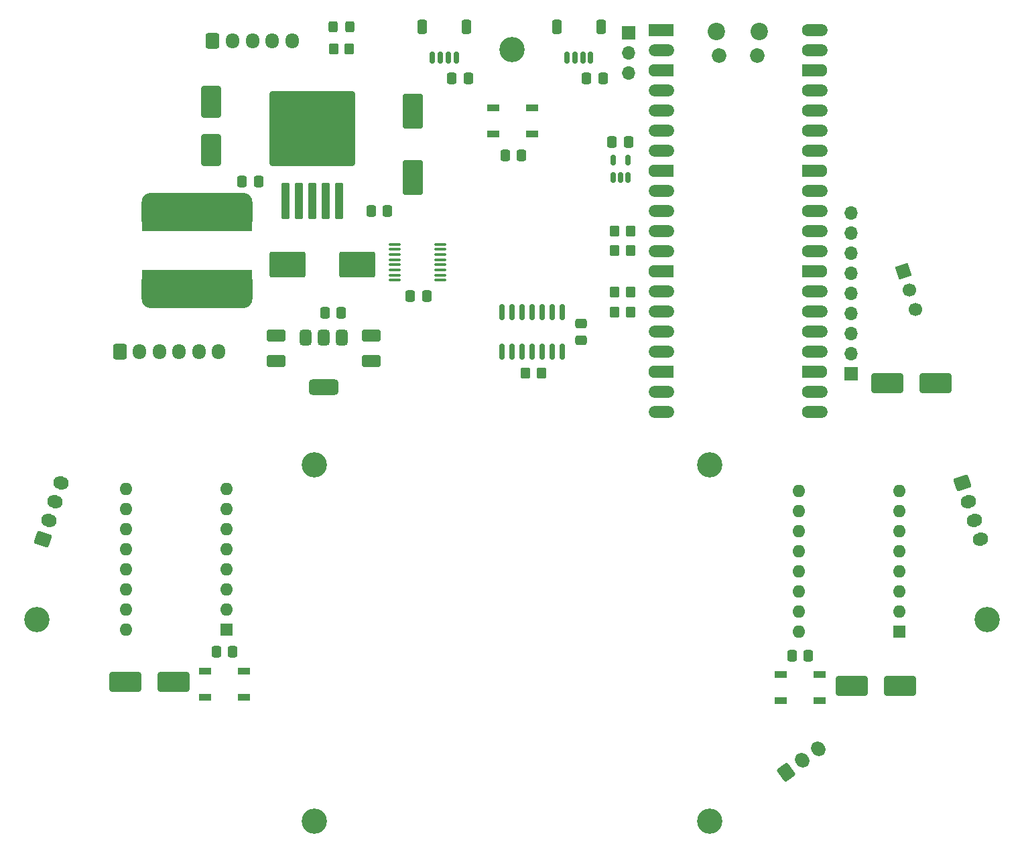
<source format=gts>
G04 #@! TF.GenerationSoftware,KiCad,Pcbnew,8.0.5*
G04 #@! TF.CreationDate,2024-10-05T13:16:41+02:00*
G04 #@! TF.ProjectId,valiant-turtle-2,76616c69-616e-4742-9d74-7572746c652d,rev?*
G04 #@! TF.SameCoordinates,Original*
G04 #@! TF.FileFunction,Soldermask,Top*
G04 #@! TF.FilePolarity,Negative*
%FSLAX46Y46*%
G04 Gerber Fmt 4.6, Leading zero omitted, Abs format (unit mm)*
G04 Created by KiCad (PCBNEW 8.0.5) date 2024-10-05 13:16:41*
%MOMM*%
%LPD*%
G01*
G04 APERTURE LIST*
G04 Aperture macros list*
%AMRoundRect*
0 Rectangle with rounded corners*
0 $1 Rounding radius*
0 $2 $3 $4 $5 $6 $7 $8 $9 X,Y pos of 4 corners*
0 Add a 4 corners polygon primitive as box body*
4,1,4,$2,$3,$4,$5,$6,$7,$8,$9,$2,$3,0*
0 Add four circle primitives for the rounded corners*
1,1,$1+$1,$2,$3*
1,1,$1+$1,$4,$5*
1,1,$1+$1,$6,$7*
1,1,$1+$1,$8,$9*
0 Add four rect primitives between the rounded corners*
20,1,$1+$1,$2,$3,$4,$5,0*
20,1,$1+$1,$4,$5,$6,$7,0*
20,1,$1+$1,$6,$7,$8,$9,0*
20,1,$1+$1,$8,$9,$2,$3,0*%
%AMHorizOval*
0 Thick line with rounded ends*
0 $1 width*
0 $2 $3 position (X,Y) of the first rounded end (center of the circle)*
0 $4 $5 position (X,Y) of the second rounded end (center of the circle)*
0 Add line between two ends*
20,1,$1,$2,$3,$4,$5,0*
0 Add two circle primitives to create the rounded ends*
1,1,$1,$2,$3*
1,1,$1,$4,$5*%
%AMRotRect*
0 Rectangle, with rotation*
0 The origin of the aperture is its center*
0 $1 length*
0 $2 width*
0 $3 Rotation angle, in degrees counterclockwise*
0 Add horizontal line*
21,1,$1,$2,0,0,$3*%
%AMFreePoly0*
4,1,28,0.178017,0.779942,0.347107,0.720775,0.498792,0.625465,0.625465,0.498792,0.720775,0.347107,0.779942,0.178017,0.800000,0.000000,0.779942,-0.178017,0.720775,-0.347107,0.625465,-0.498792,0.498792,-0.625465,0.347107,-0.720775,0.178017,-0.779942,0.000000,-0.800000,-2.200000,-0.800000,-2.205014,-0.794986,-2.244504,-0.794986,-2.324698,-0.756366,-2.380194,-0.686777,-2.400000,-0.600000,
-2.400000,0.600000,-2.380194,0.686777,-2.324698,0.756366,-2.244504,0.794986,-2.205014,0.794986,-2.200000,0.800000,0.000000,0.800000,0.178017,0.779942,0.178017,0.779942,$1*%
%AMFreePoly1*
4,1,28,0.605014,0.794986,0.644504,0.794986,0.724698,0.756366,0.780194,0.686777,0.800000,0.600000,0.800000,-0.600000,0.780194,-0.686777,0.724698,-0.756366,0.644504,-0.794986,0.605014,-0.794986,0.600000,-0.800000,0.000000,-0.800000,-0.178017,-0.779942,-0.347107,-0.720775,-0.498792,-0.625465,-0.625465,-0.498792,-0.720775,-0.347107,-0.779942,-0.178017,-0.800000,0.000000,-0.779942,0.178017,
-0.720775,0.347107,-0.625465,0.498792,-0.498792,0.625465,-0.347107,0.720775,-0.178017,0.779942,0.000000,0.800000,0.600000,0.800000,0.605014,0.794986,0.605014,0.794986,$1*%
%AMFreePoly2*
4,1,29,0.605014,0.794986,0.644504,0.794986,0.724698,0.756366,0.780194,0.686777,0.800000,0.600000,0.800000,-0.600000,0.780194,-0.686777,0.724698,-0.756366,0.644504,-0.794986,0.605014,-0.794986,0.600000,-0.800000,0.000000,-0.800000,-1.600000,-0.800000,-1.778017,-0.779942,-1.947107,-0.720775,-2.098792,-0.625465,-2.225465,-0.498792,-2.320775,-0.347107,-2.379942,-0.178017,-2.400000,0.000000,
-2.379942,0.178017,-2.320775,0.347107,-2.225465,0.498792,-2.098792,0.625465,-1.947107,0.720775,-1.778017,0.779942,-1.600000,0.800000,0.600000,0.800000,0.605014,0.794986,0.605014,0.794986,$1*%
%AMFreePoly3*
4,1,28,0.178017,0.779942,0.347107,0.720775,0.498792,0.625465,0.625465,0.498792,0.720775,0.347107,0.779942,0.178017,0.800000,0.000000,0.779942,-0.178017,0.720775,-0.347107,0.625465,-0.498792,0.498792,-0.625465,0.347107,-0.720775,0.178017,-0.779942,0.000000,-0.800000,-0.600000,-0.800000,-0.605014,-0.794986,-0.644504,-0.794986,-0.724698,-0.756366,-0.780194,-0.686777,-0.800000,-0.600000,
-0.800000,0.600000,-0.780194,0.686777,-0.724698,0.756366,-0.644504,0.794986,-0.605014,0.794986,-0.600000,0.800000,0.000000,0.800000,0.178017,0.779942,0.178017,0.779942,$1*%
%AMFreePoly4*
4,1,29,1.778017,0.779942,1.947107,0.720775,2.098792,0.625465,2.225465,0.498792,2.320775,0.347107,2.379942,0.178017,2.400000,0.000000,2.379942,-0.178017,2.320775,-0.347107,2.225465,-0.498792,2.098792,-0.625465,1.947107,-0.720775,1.778017,-0.779942,1.600000,-0.800000,0.000000,-0.800000,-0.600000,-0.800000,-0.605014,-0.794986,-0.644504,-0.794986,-0.724698,-0.756366,-0.780194,-0.686777,
-0.800000,-0.600000,-0.800000,0.600000,-0.780194,0.686777,-0.724698,0.756366,-0.644504,0.794986,-0.605014,0.794986,-0.600000,0.800000,1.600000,0.800000,1.778017,0.779942,1.778017,0.779942,$1*%
G04 Aperture macros list end*
%ADD10RoundRect,0.250000X-0.350000X-0.450000X0.350000X-0.450000X0.350000X0.450000X-0.350000X0.450000X0*%
%ADD11R,1.500000X0.900000*%
%ADD12C,3.200000*%
%ADD13RoundRect,1.187500X5.812500X1.187500X-5.812500X1.187500X-5.812500X-1.187500X5.812500X-1.187500X0*%
%ADD14R,14.000000X2.000000*%
%ADD15RoundRect,0.250000X-0.059266X-0.939208X0.911555X-0.233866X0.059266X0.939208X-0.911555X0.233866X0*%
%ADD16HorizOval,1.700000X-0.073473X0.101127X0.073473X-0.101127X0*%
%ADD17R,1.700000X1.700000*%
%ADD18O,1.700000X1.700000*%
%ADD19RoundRect,0.250000X-0.337500X-0.475000X0.337500X-0.475000X0.337500X0.475000X-0.337500X0.475000X0*%
%ADD20R,1.600000X1.600000*%
%ADD21O,1.600000X1.600000*%
%ADD22RoundRect,0.250001X0.924999X-0.499999X0.924999X0.499999X-0.924999X0.499999X-0.924999X-0.499999X0*%
%ADD23RoundRect,0.150000X0.150000X0.625000X-0.150000X0.625000X-0.150000X-0.625000X0.150000X-0.625000X0*%
%ADD24RoundRect,0.250000X0.350000X0.650000X-0.350000X0.650000X-0.350000X-0.650000X0.350000X-0.650000X0*%
%ADD25RoundRect,0.250000X1.000000X-1.950000X1.000000X1.950000X-1.000000X1.950000X-1.000000X-1.950000X0*%
%ADD26RoundRect,0.250000X0.300000X-2.050000X0.300000X2.050000X-0.300000X2.050000X-0.300000X-2.050000X0*%
%ADD27RoundRect,0.250002X5.149998X-4.449998X5.149998X4.449998X-5.149998X4.449998X-5.149998X-4.449998X0*%
%ADD28RoundRect,0.250000X0.350000X0.450000X-0.350000X0.450000X-0.350000X-0.450000X0.350000X-0.450000X0*%
%ADD29RoundRect,0.250000X1.750000X1.000000X-1.750000X1.000000X-1.750000X-1.000000X1.750000X-1.000000X0*%
%ADD30RoundRect,0.375000X-0.375000X0.625000X-0.375000X-0.625000X0.375000X-0.625000X0.375000X0.625000X0*%
%ADD31RoundRect,0.500000X-1.400000X0.500000X-1.400000X-0.500000X1.400000X-0.500000X1.400000X0.500000X0*%
%ADD32RoundRect,0.250000X1.000000X-1.750000X1.000000X1.750000X-1.000000X1.750000X-1.000000X-1.750000X0*%
%ADD33RoundRect,0.150000X-0.150000X0.825000X-0.150000X-0.825000X0.150000X-0.825000X0.150000X0.825000X0*%
%ADD34RotRect,1.700000X1.700000X18.000000*%
%ADD35HorizOval,1.700000X0.000000X0.000000X0.000000X0.000000X0*%
%ADD36RoundRect,0.250000X-0.600000X-0.725000X0.600000X-0.725000X0.600000X0.725000X-0.600000X0.725000X0*%
%ADD37O,1.700000X1.950000*%
%ADD38RoundRect,0.250000X0.337500X0.475000X-0.337500X0.475000X-0.337500X-0.475000X0.337500X-0.475000X0*%
%ADD39RoundRect,0.150000X0.150000X-0.512500X0.150000X0.512500X-0.150000X0.512500X-0.150000X-0.512500X0*%
%ADD40RoundRect,0.100000X-0.637500X-0.100000X0.637500X-0.100000X0.637500X0.100000X-0.637500X0.100000X0*%
%ADD41RoundRect,0.250000X0.475000X-0.337500X0.475000X0.337500X-0.475000X0.337500X-0.475000X-0.337500X0*%
%ADD42RoundRect,0.250000X0.504106X-0.794671X0.874926X0.346597X-0.504106X0.794671X-0.874926X-0.346597X0*%
%ADD43HorizOval,1.700000X-0.118882X0.038627X0.118882X-0.038627X0*%
%ADD44C,2.200000*%
%ADD45C,1.850000*%
%ADD46RoundRect,0.200000X-0.600000X-0.600000X0.600000X-0.600000X0.600000X0.600000X-0.600000X0.600000X0*%
%ADD47FreePoly0,0.000000*%
%ADD48C,1.600000*%
%ADD49RoundRect,0.800000X-0.800000X-0.000010X0.800000X-0.000010X0.800000X0.000010X-0.800000X0.000010X0*%
%ADD50FreePoly1,0.000000*%
%ADD51FreePoly2,0.000000*%
%ADD52FreePoly3,0.000000*%
%ADD53FreePoly4,0.000000*%
%ADD54RoundRect,0.250000X-0.874926X0.346597X-0.504106X-0.794671X0.874926X-0.346597X0.504106X0.794671X0*%
%ADD55HorizOval,1.700000X-0.118882X-0.038627X0.118882X0.038627X0*%
%ADD56RoundRect,0.250000X2.000000X-1.400000X2.000000X1.400000X-2.000000X1.400000X-2.000000X-1.400000X0*%
%ADD57RoundRect,0.250000X-0.325000X-0.450000X0.325000X-0.450000X0.325000X0.450000X-0.325000X0.450000X0*%
G04 APERTURE END LIST*
D10*
X138000000Y-75750000D03*
X140000000Y-75750000D03*
D11*
X159012500Y-131850000D03*
X159012500Y-135150000D03*
X163912500Y-135150000D03*
X163912500Y-131850000D03*
D12*
X100060000Y-105360000D03*
D13*
X85250000Y-83125000D03*
D14*
X85250000Y-81750000D03*
X85250000Y-74750000D03*
D13*
X85250000Y-73375000D03*
D12*
X150060000Y-105350000D03*
D15*
X159704915Y-144188926D03*
D16*
X161727457Y-142719463D03*
X163750000Y-141250000D03*
D17*
X167860000Y-93820000D03*
D18*
X167860000Y-91280000D03*
X167860000Y-88740000D03*
X167860000Y-86200000D03*
X167860000Y-83660000D03*
X167860000Y-81120000D03*
X167860000Y-78580000D03*
X167860000Y-76040000D03*
X167860000Y-73500000D03*
D19*
X117462500Y-56500000D03*
X119537500Y-56500000D03*
D20*
X174000000Y-126450000D03*
D21*
X174000000Y-123910000D03*
X174000000Y-121370000D03*
X174000000Y-118830000D03*
X174000000Y-116290000D03*
X174000000Y-113750000D03*
X174000000Y-111210000D03*
X174000000Y-108670000D03*
X161300000Y-108670000D03*
X161300000Y-111210000D03*
X161300000Y-113750000D03*
X161300000Y-116290000D03*
X161300000Y-118830000D03*
X161300000Y-121370000D03*
X161300000Y-123910000D03*
X161300000Y-126450000D03*
D10*
X138000000Y-83500000D03*
X140000000Y-83500000D03*
D12*
X185060000Y-124860000D03*
D22*
X95250000Y-92250000D03*
X95250000Y-89000000D03*
D23*
X118000000Y-53875000D03*
X117000000Y-53875000D03*
X116000000Y-53875000D03*
X115000000Y-53875000D03*
D24*
X119300000Y-50000000D03*
X113700000Y-50000000D03*
D19*
X90962500Y-69500000D03*
X93037500Y-69500000D03*
D25*
X112500000Y-69000000D03*
X112500000Y-60600000D03*
D20*
X88962500Y-126140000D03*
D21*
X88962500Y-123600000D03*
X88962500Y-121060000D03*
X88962500Y-118520000D03*
X88962500Y-115980000D03*
X88962500Y-113440000D03*
X88962500Y-110900000D03*
X88962500Y-108360000D03*
X76262500Y-108360000D03*
X76262500Y-110900000D03*
X76262500Y-113440000D03*
X76262500Y-115980000D03*
X76262500Y-118520000D03*
X76262500Y-121060000D03*
X76262500Y-123600000D03*
X76262500Y-126140000D03*
D19*
X101425000Y-86125000D03*
X103500000Y-86125000D03*
D26*
X96450000Y-72000000D03*
X98150000Y-72000000D03*
X99850000Y-72000000D03*
D27*
X99850000Y-62850000D03*
D26*
X101550000Y-72000000D03*
X103250000Y-72000000D03*
D11*
X122712500Y-60200000D03*
X122712500Y-63500000D03*
X127612500Y-63500000D03*
X127612500Y-60200000D03*
D28*
X128750000Y-93750000D03*
X126750000Y-93750000D03*
D29*
X174050000Y-133250000D03*
X167950000Y-133250000D03*
D30*
X103550000Y-89225000D03*
X101250000Y-89225000D03*
D31*
X101250000Y-95525000D03*
D30*
X98950000Y-89225000D03*
D28*
X140000000Y-78250000D03*
X138000000Y-78250000D03*
D32*
X87000000Y-65550000D03*
X87000000Y-59450000D03*
D17*
X139750000Y-50725000D03*
D18*
X139750000Y-53265000D03*
X139750000Y-55805000D03*
D29*
X82300000Y-132750000D03*
X76200000Y-132750000D03*
D33*
X131370000Y-86050000D03*
X130100000Y-86050000D03*
X128830000Y-86050000D03*
X127560000Y-86050000D03*
X126290000Y-86050000D03*
X125020000Y-86050000D03*
X123750000Y-86050000D03*
X123750000Y-91000000D03*
X125020000Y-91000000D03*
X126290000Y-91000000D03*
X127560000Y-91000000D03*
X128830000Y-91000000D03*
X130100000Y-91000000D03*
X131370000Y-91000000D03*
D34*
X174469732Y-80848582D03*
D35*
X175254635Y-83264266D03*
X176039538Y-85679949D03*
D36*
X87250000Y-51750000D03*
D37*
X89750000Y-51750000D03*
X92250000Y-51750000D03*
X94750000Y-51750000D03*
X97250000Y-51750000D03*
D29*
X178550000Y-95000000D03*
X172450000Y-95000000D03*
D12*
X100060000Y-150360000D03*
D38*
X139750000Y-64500000D03*
X137675000Y-64500000D03*
D19*
X124175000Y-66250000D03*
X126250000Y-66250000D03*
X134462500Y-56500000D03*
X136537500Y-56500000D03*
X87712500Y-129000000D03*
X89787500Y-129000000D03*
D10*
X138000000Y-86000000D03*
X140000000Y-86000000D03*
D11*
X86312500Y-131450000D03*
X86312500Y-134750000D03*
X91212500Y-134750000D03*
X91212500Y-131450000D03*
D39*
X137800000Y-69055000D03*
X138750000Y-69055000D03*
X139700000Y-69055000D03*
X139700000Y-66780000D03*
X137800000Y-66780000D03*
D12*
X125050000Y-52850000D03*
D40*
X110275000Y-77450000D03*
X110275000Y-78100000D03*
X110275000Y-78750000D03*
X110275000Y-79400000D03*
X110275000Y-80050000D03*
X110275000Y-80700000D03*
X110275000Y-81350000D03*
X110275000Y-82000000D03*
X116000000Y-82000000D03*
X116000000Y-81350000D03*
X116000000Y-80700000D03*
X116000000Y-80050000D03*
X116000000Y-79400000D03*
X116000000Y-78750000D03*
X116000000Y-78100000D03*
X116000000Y-77450000D03*
D10*
X102500000Y-52750000D03*
X104500000Y-52750000D03*
D12*
X65050000Y-124860000D03*
D41*
X133750000Y-89587500D03*
X133750000Y-87512500D03*
D42*
X65750000Y-114750000D03*
D43*
X66522542Y-112372359D03*
X67295085Y-109994717D03*
X68067627Y-107617076D03*
D38*
X109325000Y-73250000D03*
X107250000Y-73250000D03*
D19*
X160425000Y-129500000D03*
X162500000Y-129500000D03*
D12*
X150070000Y-150360000D03*
D36*
X75500000Y-91000000D03*
D37*
X78000000Y-91000000D03*
X80500000Y-91000000D03*
X83000000Y-91000000D03*
X85500000Y-91000000D03*
X88000000Y-91000000D03*
D44*
X150885000Y-50537500D03*
D45*
X151185000Y-53567500D03*
X156035000Y-53567500D03*
D44*
X156335000Y-50537500D03*
D46*
X144720000Y-50407500D03*
D47*
X144720000Y-50407500D03*
D48*
X144720000Y-52947500D03*
D49*
X143920000Y-52947500D03*
D50*
X144720000Y-55487500D03*
D51*
X144720000Y-55487500D03*
D48*
X144720000Y-58027500D03*
D49*
X143920000Y-58027500D03*
D48*
X144720000Y-60567500D03*
D49*
X143920000Y-60567500D03*
D48*
X144720000Y-63107500D03*
D49*
X143920000Y-63107500D03*
D48*
X144720000Y-65647500D03*
D49*
X143920000Y-65647500D03*
D50*
X144720000Y-68187500D03*
D51*
X144720000Y-68187500D03*
D48*
X144720000Y-70727500D03*
D49*
X143920000Y-70727500D03*
D48*
X144720000Y-73267500D03*
D49*
X143920000Y-73267500D03*
D48*
X144720000Y-75807500D03*
D49*
X143920000Y-75807500D03*
D48*
X144720000Y-78347500D03*
D49*
X143920000Y-78347500D03*
D50*
X144720000Y-80887500D03*
D51*
X144720000Y-80887500D03*
D48*
X144720000Y-83427500D03*
D49*
X143920000Y-83427500D03*
D48*
X144720000Y-85967500D03*
D49*
X143920000Y-85967500D03*
D48*
X144720000Y-88507500D03*
D49*
X143920000Y-88507500D03*
D48*
X144720000Y-91047500D03*
D49*
X143920000Y-91047500D03*
D50*
X144720000Y-93587500D03*
D51*
X144720000Y-93587500D03*
D48*
X144720000Y-96127500D03*
D49*
X143920000Y-96127500D03*
D48*
X144720000Y-98667500D03*
D49*
X143920000Y-98667500D03*
D48*
X162500000Y-98667500D03*
D49*
X163300000Y-98667500D03*
D48*
X162500000Y-96127500D03*
D49*
X163300000Y-96127500D03*
D52*
X162500000Y-93587500D03*
D53*
X162500000Y-93587500D03*
D48*
X162500000Y-91047500D03*
D49*
X163300000Y-91047500D03*
D48*
X162500000Y-88507500D03*
D49*
X163300000Y-88507500D03*
D48*
X162500000Y-85967500D03*
D49*
X163300000Y-85967500D03*
D48*
X162500000Y-83427500D03*
D49*
X163300000Y-83427500D03*
D52*
X162500000Y-80887500D03*
D53*
X162500000Y-80887500D03*
D48*
X162500000Y-78347500D03*
D49*
X163300000Y-78347500D03*
D48*
X162500000Y-75807500D03*
D49*
X163300000Y-75807500D03*
D48*
X162500000Y-73267500D03*
D49*
X163300000Y-73267500D03*
D48*
X162500000Y-70727500D03*
D49*
X163300000Y-70727500D03*
D52*
X162500000Y-68187500D03*
D53*
X162500000Y-68187500D03*
D48*
X162500000Y-65647500D03*
D49*
X163300000Y-65647500D03*
D48*
X162500000Y-63107500D03*
D49*
X163300000Y-63107500D03*
D48*
X162500000Y-60567500D03*
D49*
X163300000Y-60567500D03*
D48*
X162500000Y-58027500D03*
D49*
X163300000Y-58027500D03*
D52*
X162500000Y-55487500D03*
D53*
X162500000Y-55487500D03*
D48*
X162500000Y-52947500D03*
D49*
X163300000Y-52947500D03*
D48*
X162500000Y-50407500D03*
D49*
X163300000Y-50407500D03*
D22*
X107250000Y-92250000D03*
X107250000Y-89000000D03*
D23*
X135000000Y-53875000D03*
X134000000Y-53875000D03*
X133000000Y-53875000D03*
X132000000Y-53875000D03*
D24*
X136300000Y-50000000D03*
X130700000Y-50000000D03*
D54*
X181932373Y-107617077D03*
D55*
X182704915Y-109994718D03*
X183477458Y-112372360D03*
X184250000Y-114750001D03*
D56*
X96700000Y-80000000D03*
X105500000Y-80000000D03*
D38*
X114287500Y-84000000D03*
X112212500Y-84000000D03*
D57*
X102475000Y-50000000D03*
X104525000Y-50000000D03*
M02*

</source>
